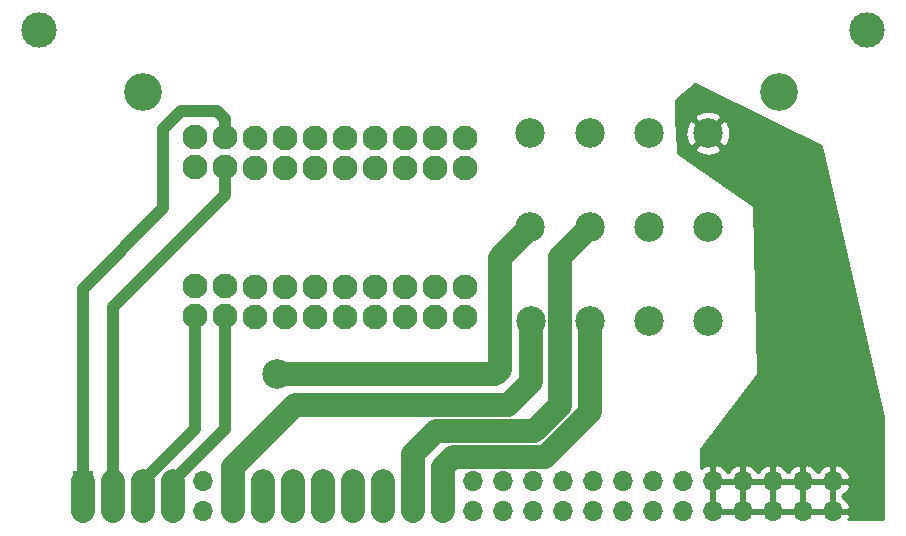
<source format=gbr>
G04 #@! TF.GenerationSoftware,KiCad,Pcbnew,5.1.2-f72e74a~84~ubuntu19.04.1*
G04 #@! TF.CreationDate,2019-05-07T16:21:10-05:00*
G04 #@! TF.ProjectId,Adapter-TE-52,41646170-7465-4722-9d54-452d35322e6b,rev?*
G04 #@! TF.SameCoordinates,Original*
G04 #@! TF.FileFunction,Copper,L1,Top*
G04 #@! TF.FilePolarity,Positive*
%FSLAX46Y46*%
G04 Gerber Fmt 4.6, Leading zero omitted, Abs format (unit mm)*
G04 Created by KiCad (PCBNEW 5.1.2-f72e74a~84~ubuntu19.04.1) date 2019-05-07 16:21:10*
%MOMM*%
%LPD*%
G04 APERTURE LIST*
%ADD10R,1.700000X1.700000*%
%ADD11O,1.700000X1.700000*%
%ADD12C,2.100000*%
%ADD13C,2.500000*%
%ADD14C,3.200000*%
%ADD15C,3.000000*%
%ADD16C,2.000000*%
%ADD17C,1.000000*%
%ADD18C,0.254000*%
G04 APERTURE END LIST*
D10*
X103822500Y-115531900D03*
D11*
X103822500Y-118071900D03*
X106362500Y-115531900D03*
X106362500Y-118071900D03*
X108902500Y-115531900D03*
X108902500Y-118071900D03*
X111442500Y-115531900D03*
X111442500Y-118071900D03*
X113982500Y-115531900D03*
X113982500Y-118071900D03*
X116522500Y-115531900D03*
X116522500Y-118071900D03*
X119062500Y-115531900D03*
X119062500Y-118071900D03*
X121602500Y-115531900D03*
X121602500Y-118071900D03*
X124142500Y-115531900D03*
X124142500Y-118071900D03*
X126682500Y-115531900D03*
X126682500Y-118071900D03*
X129222500Y-115531900D03*
X129222500Y-118071900D03*
X131762500Y-115531900D03*
X131762500Y-118071900D03*
X134302500Y-115531900D03*
X134302500Y-118071900D03*
X136842500Y-115531900D03*
X136842500Y-118071900D03*
X139382500Y-115531900D03*
X139382500Y-118071900D03*
X141922500Y-115531900D03*
X141922500Y-118071900D03*
X144462500Y-115531900D03*
X144462500Y-118071900D03*
X147002500Y-115531900D03*
X147002500Y-118071900D03*
X149542500Y-115531900D03*
X149542500Y-118071900D03*
X152082500Y-115531900D03*
X152082500Y-118071900D03*
X154622500Y-115531900D03*
X154622500Y-118071900D03*
X157162500Y-115531900D03*
X157162500Y-118071900D03*
X159702500Y-115531900D03*
X159702500Y-118071900D03*
X162242500Y-115531900D03*
X162242500Y-118071900D03*
X164782500Y-115531900D03*
X164782500Y-118071900D03*
X167322500Y-115531900D03*
X167322500Y-118071900D03*
D12*
X123469400Y-99034600D03*
X126009400Y-99060000D03*
X113309400Y-98983800D03*
X131089400Y-99060000D03*
X133629400Y-99060000D03*
X136169400Y-101600000D03*
X115849400Y-101523800D03*
X133629400Y-101600000D03*
X115849400Y-98983800D03*
X128549400Y-99060000D03*
X118389400Y-101574600D03*
X118389400Y-99034600D03*
X113309400Y-101523800D03*
X123469400Y-101574600D03*
X120929400Y-99034600D03*
X131089400Y-101600000D03*
X128549400Y-101600000D03*
X126009400Y-101600000D03*
X120929400Y-101574600D03*
X136169400Y-99060000D03*
D13*
X151803100Y-101955600D03*
X146773900Y-101955600D03*
X156781500Y-101955600D03*
X141757400Y-101942900D03*
X146748500Y-94005400D03*
X141732000Y-93992700D03*
X151777700Y-94005400D03*
X156756100Y-94005400D03*
X156756100Y-86055200D03*
X151777700Y-86055200D03*
X146748500Y-86055200D03*
X141732000Y-86042500D03*
D12*
X136169400Y-89001600D03*
X136169400Y-86461600D03*
X133629400Y-86461600D03*
X133629400Y-89001600D03*
X131089400Y-89001600D03*
X131089400Y-86461600D03*
X128549400Y-86461600D03*
X128549400Y-89001600D03*
X126009400Y-86461600D03*
X126009400Y-89001600D03*
X123469400Y-88976200D03*
X123469400Y-86436200D03*
X118389400Y-86436200D03*
X120929400Y-88976200D03*
X118389400Y-88976200D03*
X120929400Y-86436200D03*
X115849400Y-86385400D03*
X115849400Y-88925400D03*
X113309400Y-88925400D03*
X113309400Y-86385400D03*
D14*
X162763200Y-82575400D03*
X108966000Y-82575400D03*
D15*
X170192700Y-77330300D03*
X100152200Y-77304900D03*
D13*
X120307100Y-106438700D03*
D16*
X111442500Y-118071900D02*
X111442500Y-115531900D01*
D17*
X115849400Y-111125000D02*
X111442500Y-115531900D01*
X115849400Y-101523800D02*
X115849400Y-111125000D01*
D16*
X108902500Y-115531900D02*
X108902500Y-118071900D01*
D17*
X113309400Y-111125000D02*
X108902500Y-115531900D01*
X113309400Y-101523800D02*
X113309400Y-111125000D01*
D16*
X129222500Y-118071900D02*
X129222500Y-115531900D01*
X134302500Y-114329819D02*
X135150420Y-113481899D01*
X135150420Y-113481899D02*
X142969201Y-113481899D01*
X142969201Y-113481899D02*
X146773900Y-109677200D01*
X146773900Y-103723366D02*
X146773900Y-101955600D01*
X146773900Y-109677200D02*
X146773900Y-103723366D01*
X134302500Y-115531900D02*
X134302500Y-114329819D01*
X134302500Y-115531900D02*
X134302500Y-118071900D01*
X121602500Y-118071900D02*
X121602500Y-115531900D01*
X141757400Y-101942900D02*
X141757400Y-107124500D01*
X116522500Y-114329819D02*
X116522500Y-115531900D01*
X121770442Y-109081877D02*
X116522500Y-114329819D01*
X141757400Y-107124500D02*
X139800023Y-109081877D01*
X139800023Y-109081877D02*
X121770442Y-109081877D01*
X116522500Y-115531900D02*
X116522500Y-118071900D01*
X144207401Y-96546499D02*
X145498501Y-95255399D01*
X133726512Y-111281888D02*
X142057712Y-111281888D01*
X145498501Y-95255399D02*
X146748500Y-94005400D01*
X142057712Y-111281888D02*
X144207401Y-109132199D01*
X131762500Y-115531900D02*
X131762500Y-113245900D01*
X144207401Y-109132199D02*
X144207401Y-96546499D01*
X131762500Y-113245900D02*
X133726512Y-111281888D01*
X131762500Y-115531900D02*
X131762500Y-118071900D01*
X141732000Y-93992700D02*
X139128500Y-96596200D01*
X139128500Y-96596200D02*
X139128500Y-106057700D01*
X138747500Y-106438700D02*
X139128500Y-106057700D01*
X120307100Y-106438700D02*
X138747500Y-106438700D01*
X119062500Y-115531900D02*
X119062500Y-118071900D01*
X126682500Y-118071900D02*
X126682500Y-115531900D01*
X124142500Y-118071900D02*
X124142500Y-115531900D01*
X103822500Y-115531900D02*
X103822500Y-118071900D01*
D17*
X115849400Y-84861400D02*
X115849400Y-86385400D01*
X103822500Y-115531900D02*
X103822500Y-99250500D01*
X110655100Y-85699600D02*
X112153700Y-84201000D01*
X112153700Y-84201000D02*
X115189000Y-84201000D01*
X115189000Y-84201000D02*
X115849400Y-84861400D01*
X103822500Y-99250500D02*
X110655100Y-92417900D01*
X110655100Y-92417900D02*
X110655100Y-85699600D01*
D16*
X106362500Y-115531900D02*
X106362500Y-118071900D01*
D17*
X115849400Y-91313000D02*
X115849400Y-88925400D01*
X106362500Y-115531900D02*
X106362500Y-100799900D01*
X106362500Y-100799900D02*
X115849400Y-91313000D01*
D18*
G36*
X166335743Y-87132848D02*
G01*
X171551679Y-110085498D01*
X171599516Y-118720000D01*
X168656621Y-118720000D01*
X168666657Y-118703152D01*
X168763981Y-118428791D01*
X168643314Y-118198900D01*
X167449500Y-118198900D01*
X167449500Y-118218900D01*
X167195500Y-118218900D01*
X167195500Y-118198900D01*
X164909500Y-118198900D01*
X164909500Y-118218900D01*
X164655500Y-118218900D01*
X164655500Y-118198900D01*
X162369500Y-118198900D01*
X162369500Y-118218900D01*
X162115500Y-118218900D01*
X162115500Y-118198900D01*
X159829500Y-118198900D01*
X159829500Y-118218900D01*
X159575500Y-118218900D01*
X159575500Y-118198900D01*
X157289500Y-118198900D01*
X157289500Y-118218900D01*
X157035500Y-118218900D01*
X157035500Y-118198900D01*
X157015500Y-118198900D01*
X157015500Y-117944900D01*
X157035500Y-117944900D01*
X157035500Y-115658900D01*
X157289500Y-115658900D01*
X157289500Y-117944900D01*
X159575500Y-117944900D01*
X159575500Y-115658900D01*
X159829500Y-115658900D01*
X159829500Y-117944900D01*
X162115500Y-117944900D01*
X162115500Y-115658900D01*
X162369500Y-115658900D01*
X162369500Y-117944900D01*
X164655500Y-117944900D01*
X164655500Y-115658900D01*
X164909500Y-115658900D01*
X164909500Y-117944900D01*
X167195500Y-117944900D01*
X167195500Y-115658900D01*
X167449500Y-115658900D01*
X167449500Y-117944900D01*
X168643314Y-117944900D01*
X168763981Y-117715009D01*
X168666657Y-117440648D01*
X168517678Y-117190545D01*
X168322769Y-116974312D01*
X168091620Y-116801900D01*
X168322769Y-116629488D01*
X168517678Y-116413255D01*
X168666657Y-116163152D01*
X168763981Y-115888791D01*
X168643314Y-115658900D01*
X167449500Y-115658900D01*
X167195500Y-115658900D01*
X164909500Y-115658900D01*
X164655500Y-115658900D01*
X162369500Y-115658900D01*
X162115500Y-115658900D01*
X159829500Y-115658900D01*
X159575500Y-115658900D01*
X157289500Y-115658900D01*
X157035500Y-115658900D01*
X157015500Y-115658900D01*
X157015500Y-115404900D01*
X157035500Y-115404900D01*
X157035500Y-114211745D01*
X157289500Y-114211745D01*
X157289500Y-115404900D01*
X159575500Y-115404900D01*
X159575500Y-114211745D01*
X159829500Y-114211745D01*
X159829500Y-115404900D01*
X162115500Y-115404900D01*
X162115500Y-114211745D01*
X162369500Y-114211745D01*
X162369500Y-115404900D01*
X164655500Y-115404900D01*
X164655500Y-114211745D01*
X164909500Y-114211745D01*
X164909500Y-115404900D01*
X167195500Y-115404900D01*
X167195500Y-114211745D01*
X167449500Y-114211745D01*
X167449500Y-115404900D01*
X168643314Y-115404900D01*
X168763981Y-115175009D01*
X168666657Y-114900648D01*
X168517678Y-114650545D01*
X168322769Y-114434312D01*
X168089420Y-114260259D01*
X167826599Y-114135075D01*
X167679390Y-114090424D01*
X167449500Y-114211745D01*
X167195500Y-114211745D01*
X166965610Y-114090424D01*
X166818401Y-114135075D01*
X166555580Y-114260259D01*
X166322231Y-114434312D01*
X166127322Y-114650545D01*
X166052500Y-114776155D01*
X165977678Y-114650545D01*
X165782769Y-114434312D01*
X165549420Y-114260259D01*
X165286599Y-114135075D01*
X165139390Y-114090424D01*
X164909500Y-114211745D01*
X164655500Y-114211745D01*
X164425610Y-114090424D01*
X164278401Y-114135075D01*
X164015580Y-114260259D01*
X163782231Y-114434312D01*
X163587322Y-114650545D01*
X163512500Y-114776155D01*
X163437678Y-114650545D01*
X163242769Y-114434312D01*
X163009420Y-114260259D01*
X162746599Y-114135075D01*
X162599390Y-114090424D01*
X162369500Y-114211745D01*
X162115500Y-114211745D01*
X161885610Y-114090424D01*
X161738401Y-114135075D01*
X161475580Y-114260259D01*
X161242231Y-114434312D01*
X161047322Y-114650545D01*
X160972500Y-114776155D01*
X160897678Y-114650545D01*
X160702769Y-114434312D01*
X160469420Y-114260259D01*
X160206599Y-114135075D01*
X160059390Y-114090424D01*
X159829500Y-114211745D01*
X159575500Y-114211745D01*
X159345610Y-114090424D01*
X159198401Y-114135075D01*
X158935580Y-114260259D01*
X158702231Y-114434312D01*
X158507322Y-114650545D01*
X158432500Y-114776155D01*
X158357678Y-114650545D01*
X158162769Y-114434312D01*
X157929420Y-114260259D01*
X157666599Y-114135075D01*
X157519390Y-114090424D01*
X157289500Y-114211745D01*
X157035500Y-114211745D01*
X156805610Y-114090424D01*
X156658401Y-114135075D01*
X156395580Y-114260259D01*
X156163924Y-114433049D01*
X156165508Y-112812521D01*
X160984678Y-106477492D01*
X160997736Y-106456295D01*
X161006409Y-106432958D01*
X161010560Y-106397415D01*
X160654960Y-92224215D01*
X160651899Y-92199507D01*
X160644077Y-92175872D01*
X160631794Y-92154216D01*
X160615522Y-92135373D01*
X160599774Y-92122626D01*
X154200852Y-87739112D01*
X154186610Y-87368805D01*
X155622100Y-87368805D01*
X155748014Y-87658777D01*
X156080226Y-87824633D01*
X156438412Y-87922490D01*
X156808806Y-87948589D01*
X157177175Y-87901925D01*
X157529362Y-87784294D01*
X157764186Y-87658777D01*
X157890100Y-87368805D01*
X156756100Y-86234805D01*
X155622100Y-87368805D01*
X154186610Y-87368805D01*
X154138114Y-86107906D01*
X154862711Y-86107906D01*
X154909375Y-86476275D01*
X155027006Y-86828462D01*
X155152523Y-87063286D01*
X155442495Y-87189200D01*
X156576495Y-86055200D01*
X156935705Y-86055200D01*
X158069705Y-87189200D01*
X158359677Y-87063286D01*
X158525533Y-86731074D01*
X158623390Y-86372888D01*
X158649489Y-86002494D01*
X158602825Y-85634125D01*
X158485194Y-85281938D01*
X158359677Y-85047114D01*
X158069705Y-84921200D01*
X156935705Y-86055200D01*
X156576495Y-86055200D01*
X155442495Y-84921200D01*
X155152523Y-85047114D01*
X154986667Y-85379326D01*
X154888810Y-85737512D01*
X154862711Y-86107906D01*
X154138114Y-86107906D01*
X154085563Y-84741595D01*
X155622100Y-84741595D01*
X156756100Y-85875595D01*
X157890100Y-84741595D01*
X157764186Y-84451623D01*
X157431974Y-84285767D01*
X157073788Y-84187910D01*
X156703394Y-84161811D01*
X156335025Y-84208475D01*
X155982838Y-84326106D01*
X155748014Y-84451623D01*
X155622100Y-84741595D01*
X154085563Y-84741595D01*
X154027905Y-83242505D01*
X155681748Y-81862320D01*
X166335743Y-87132848D01*
X166335743Y-87132848D01*
G37*
X166335743Y-87132848D02*
X171551679Y-110085498D01*
X171599516Y-118720000D01*
X168656621Y-118720000D01*
X168666657Y-118703152D01*
X168763981Y-118428791D01*
X168643314Y-118198900D01*
X167449500Y-118198900D01*
X167449500Y-118218900D01*
X167195500Y-118218900D01*
X167195500Y-118198900D01*
X164909500Y-118198900D01*
X164909500Y-118218900D01*
X164655500Y-118218900D01*
X164655500Y-118198900D01*
X162369500Y-118198900D01*
X162369500Y-118218900D01*
X162115500Y-118218900D01*
X162115500Y-118198900D01*
X159829500Y-118198900D01*
X159829500Y-118218900D01*
X159575500Y-118218900D01*
X159575500Y-118198900D01*
X157289500Y-118198900D01*
X157289500Y-118218900D01*
X157035500Y-118218900D01*
X157035500Y-118198900D01*
X157015500Y-118198900D01*
X157015500Y-117944900D01*
X157035500Y-117944900D01*
X157035500Y-115658900D01*
X157289500Y-115658900D01*
X157289500Y-117944900D01*
X159575500Y-117944900D01*
X159575500Y-115658900D01*
X159829500Y-115658900D01*
X159829500Y-117944900D01*
X162115500Y-117944900D01*
X162115500Y-115658900D01*
X162369500Y-115658900D01*
X162369500Y-117944900D01*
X164655500Y-117944900D01*
X164655500Y-115658900D01*
X164909500Y-115658900D01*
X164909500Y-117944900D01*
X167195500Y-117944900D01*
X167195500Y-115658900D01*
X167449500Y-115658900D01*
X167449500Y-117944900D01*
X168643314Y-117944900D01*
X168763981Y-117715009D01*
X168666657Y-117440648D01*
X168517678Y-117190545D01*
X168322769Y-116974312D01*
X168091620Y-116801900D01*
X168322769Y-116629488D01*
X168517678Y-116413255D01*
X168666657Y-116163152D01*
X168763981Y-115888791D01*
X168643314Y-115658900D01*
X167449500Y-115658900D01*
X167195500Y-115658900D01*
X164909500Y-115658900D01*
X164655500Y-115658900D01*
X162369500Y-115658900D01*
X162115500Y-115658900D01*
X159829500Y-115658900D01*
X159575500Y-115658900D01*
X157289500Y-115658900D01*
X157035500Y-115658900D01*
X157015500Y-115658900D01*
X157015500Y-115404900D01*
X157035500Y-115404900D01*
X157035500Y-114211745D01*
X157289500Y-114211745D01*
X157289500Y-115404900D01*
X159575500Y-115404900D01*
X159575500Y-114211745D01*
X159829500Y-114211745D01*
X159829500Y-115404900D01*
X162115500Y-115404900D01*
X162115500Y-114211745D01*
X162369500Y-114211745D01*
X162369500Y-115404900D01*
X164655500Y-115404900D01*
X164655500Y-114211745D01*
X164909500Y-114211745D01*
X164909500Y-115404900D01*
X167195500Y-115404900D01*
X167195500Y-114211745D01*
X167449500Y-114211745D01*
X167449500Y-115404900D01*
X168643314Y-115404900D01*
X168763981Y-115175009D01*
X168666657Y-114900648D01*
X168517678Y-114650545D01*
X168322769Y-114434312D01*
X168089420Y-114260259D01*
X167826599Y-114135075D01*
X167679390Y-114090424D01*
X167449500Y-114211745D01*
X167195500Y-114211745D01*
X166965610Y-114090424D01*
X166818401Y-114135075D01*
X166555580Y-114260259D01*
X166322231Y-114434312D01*
X166127322Y-114650545D01*
X166052500Y-114776155D01*
X165977678Y-114650545D01*
X165782769Y-114434312D01*
X165549420Y-114260259D01*
X165286599Y-114135075D01*
X165139390Y-114090424D01*
X164909500Y-114211745D01*
X164655500Y-114211745D01*
X164425610Y-114090424D01*
X164278401Y-114135075D01*
X164015580Y-114260259D01*
X163782231Y-114434312D01*
X163587322Y-114650545D01*
X163512500Y-114776155D01*
X163437678Y-114650545D01*
X163242769Y-114434312D01*
X163009420Y-114260259D01*
X162746599Y-114135075D01*
X162599390Y-114090424D01*
X162369500Y-114211745D01*
X162115500Y-114211745D01*
X161885610Y-114090424D01*
X161738401Y-114135075D01*
X161475580Y-114260259D01*
X161242231Y-114434312D01*
X161047322Y-114650545D01*
X160972500Y-114776155D01*
X160897678Y-114650545D01*
X160702769Y-114434312D01*
X160469420Y-114260259D01*
X160206599Y-114135075D01*
X160059390Y-114090424D01*
X159829500Y-114211745D01*
X159575500Y-114211745D01*
X159345610Y-114090424D01*
X159198401Y-114135075D01*
X158935580Y-114260259D01*
X158702231Y-114434312D01*
X158507322Y-114650545D01*
X158432500Y-114776155D01*
X158357678Y-114650545D01*
X158162769Y-114434312D01*
X157929420Y-114260259D01*
X157666599Y-114135075D01*
X157519390Y-114090424D01*
X157289500Y-114211745D01*
X157035500Y-114211745D01*
X156805610Y-114090424D01*
X156658401Y-114135075D01*
X156395580Y-114260259D01*
X156163924Y-114433049D01*
X156165508Y-112812521D01*
X160984678Y-106477492D01*
X160997736Y-106456295D01*
X161006409Y-106432958D01*
X161010560Y-106397415D01*
X160654960Y-92224215D01*
X160651899Y-92199507D01*
X160644077Y-92175872D01*
X160631794Y-92154216D01*
X160615522Y-92135373D01*
X160599774Y-92122626D01*
X154200852Y-87739112D01*
X154186610Y-87368805D01*
X155622100Y-87368805D01*
X155748014Y-87658777D01*
X156080226Y-87824633D01*
X156438412Y-87922490D01*
X156808806Y-87948589D01*
X157177175Y-87901925D01*
X157529362Y-87784294D01*
X157764186Y-87658777D01*
X157890100Y-87368805D01*
X156756100Y-86234805D01*
X155622100Y-87368805D01*
X154186610Y-87368805D01*
X154138114Y-86107906D01*
X154862711Y-86107906D01*
X154909375Y-86476275D01*
X155027006Y-86828462D01*
X155152523Y-87063286D01*
X155442495Y-87189200D01*
X156576495Y-86055200D01*
X156935705Y-86055200D01*
X158069705Y-87189200D01*
X158359677Y-87063286D01*
X158525533Y-86731074D01*
X158623390Y-86372888D01*
X158649489Y-86002494D01*
X158602825Y-85634125D01*
X158485194Y-85281938D01*
X158359677Y-85047114D01*
X158069705Y-84921200D01*
X156935705Y-86055200D01*
X156576495Y-86055200D01*
X155442495Y-84921200D01*
X155152523Y-85047114D01*
X154986667Y-85379326D01*
X154888810Y-85737512D01*
X154862711Y-86107906D01*
X154138114Y-86107906D01*
X154085563Y-84741595D01*
X155622100Y-84741595D01*
X156756100Y-85875595D01*
X157890100Y-84741595D01*
X157764186Y-84451623D01*
X157431974Y-84285767D01*
X157073788Y-84187910D01*
X156703394Y-84161811D01*
X156335025Y-84208475D01*
X155982838Y-84326106D01*
X155748014Y-84451623D01*
X155622100Y-84741595D01*
X154085563Y-84741595D01*
X154027905Y-83242505D01*
X155681748Y-81862320D01*
X166335743Y-87132848D01*
M02*

</source>
